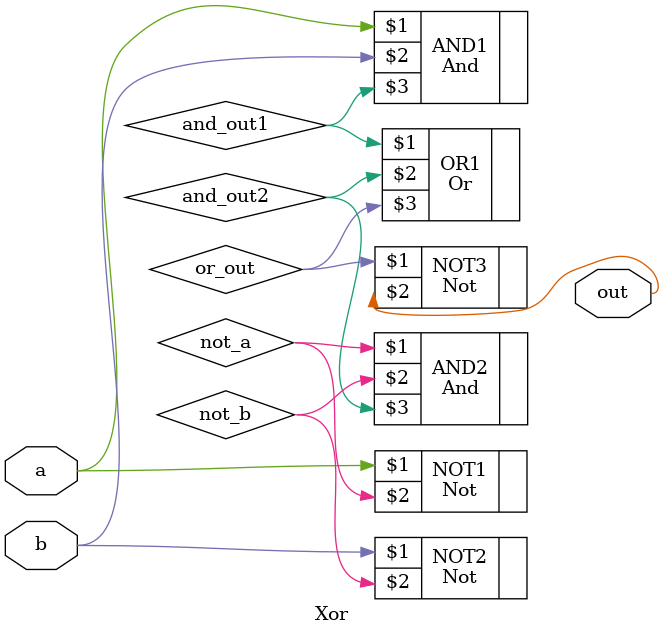
<source format=v>
/**
 * Exclusive-or gate:
 * out = not (a == b)
 */

`default_nettype none
module Xor(
	input a,
	input b,
	output out
);

	//out = ~()(a&b)+(~a&~b))

	wire and_out1;
	wire not_a;
	wire not_b;
	wire and_out2;
	wire or_out;
	Not NOT1(a, not_a);
	Not NOT2(b, not_b);
	And AND1(a, b, and_out1);
	And AND2(not_a, not_b, and_out2);
	Or OR1(and_out1, and_out2, or_out);
	Not NOT3(or_out, out);
endmodule

</source>
